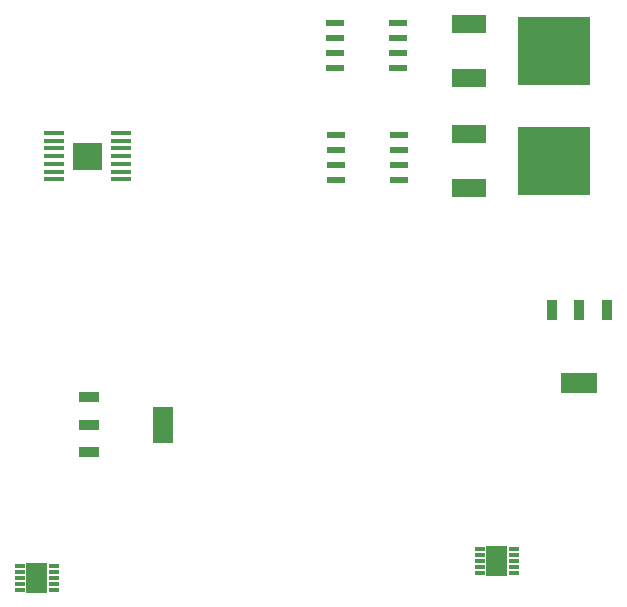
<source format=gtp>
G04*
G04 #@! TF.GenerationSoftware,Altium Limited,Altium Designer,19.1.8 (144)*
G04*
G04 Layer_Color=8421504*
%FSLAX25Y25*%
%MOIN*%
G70*
G01*
G75*
%ADD14R,0.03500X0.06950*%
%ADD15R,0.12400X0.06950*%
%ADD16R,0.06950X0.03500*%
%ADD17R,0.06950X0.12400*%
%ADD18R,0.24410X0.22835*%
%ADD19R,0.11811X0.06299*%
%ADD20R,0.06300X0.02100*%
%ADD21R,0.06600X0.01400*%
%ADD22R,0.06900X0.09800*%
%ADD23R,0.03200X0.01200*%
G36*
X81250Y40837D02*
Y31037D01*
X88150D01*
Y40837D01*
X81250D01*
D02*
G37*
G36*
X106350Y181050D02*
X96650D01*
Y171950D01*
X106350D01*
Y181050D01*
D02*
G37*
G36*
X234550Y46400D02*
Y36600D01*
X241450D01*
Y46400D01*
X234550D01*
D02*
G37*
D14*
X274600Y125275D02*
D03*
X265500D02*
D03*
X256400D02*
D03*
D15*
X265500Y100725D02*
D03*
D16*
X102225Y96100D02*
D03*
Y87000D02*
D03*
Y77900D02*
D03*
D17*
X126775Y87000D02*
D03*
D18*
X257000Y175000D02*
D03*
Y211500D02*
D03*
D19*
X228732Y166000D02*
D03*
Y184000D02*
D03*
Y220500D02*
D03*
Y202500D02*
D03*
D20*
X205450Y183500D02*
D03*
Y178500D02*
D03*
Y173500D02*
D03*
Y168500D02*
D03*
X184550D02*
D03*
Y173500D02*
D03*
Y178500D02*
D03*
Y183500D02*
D03*
X204950Y221000D02*
D03*
Y216000D02*
D03*
Y211000D02*
D03*
Y206000D02*
D03*
X184050D02*
D03*
Y211000D02*
D03*
Y216000D02*
D03*
Y221000D02*
D03*
D21*
X90400Y184177D02*
D03*
Y181618D02*
D03*
Y179059D02*
D03*
Y176500D02*
D03*
Y173941D02*
D03*
Y171382D02*
D03*
Y168823D02*
D03*
X112600Y168823D02*
D03*
Y171382D02*
D03*
Y173941D02*
D03*
Y176500D02*
D03*
Y179059D02*
D03*
Y181618D02*
D03*
Y184177D02*
D03*
D22*
X238000Y41500D02*
D03*
X84700Y35937D02*
D03*
D23*
X243700Y45437D02*
D03*
Y43468D02*
D03*
Y41500D02*
D03*
Y39531D02*
D03*
Y37563D02*
D03*
X232300D02*
D03*
Y39531D02*
D03*
Y41500D02*
D03*
Y43468D02*
D03*
Y45437D02*
D03*
X90400Y39874D02*
D03*
Y37905D02*
D03*
Y35937D02*
D03*
Y33968D02*
D03*
Y32000D02*
D03*
X79000D02*
D03*
Y33968D02*
D03*
Y35937D02*
D03*
Y37905D02*
D03*
Y39874D02*
D03*
M02*

</source>
